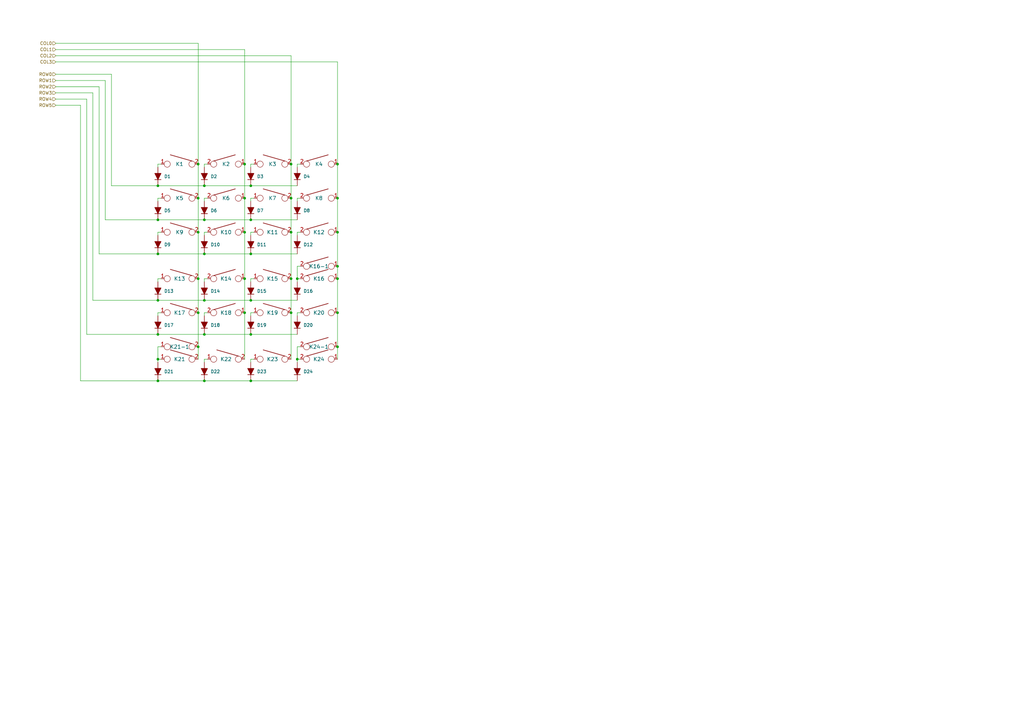
<source format=kicad_sch>
(kicad_sch (version 20211123) (generator eeschema)
  (paper "A3")
  (lib_symbols
    (symbol "Device:D_Filled" (pin_numbers hide) (pin_names (offset 1.016) hide)
      (property "Reference" "D" (at 0 2.54 0))
      (property "Value" "D_Filled" (at 0 -2.54 0))
      (symbol "D_Filled_0_1"
        (polyline (pts (xy -1.27 1.27) (xy -1.27 -1.27)) (stroke (width 0.254)))
        (polyline (pts (xy 1.27 0) (xy -1.27 0)))
        (polyline (pts (xy 1.27 1.27) (xy 1.27 -1.27) (xy -1.27 0) (xy 1.27 1.27)) (stroke (width 0.254)) (fill (type outline)))
      )
      (symbol "D_Filled_1_1"
        (pin passive line (at -3.81 0 0) (length 2.54) (name "K") (number "1"))
        (pin passive line (at 3.81 0 180) (length 2.54) (name "A") (number "2"))
      )
    )
    (symbol "Keeb_components:KEYSW" (pin_names (offset 1.016))
      (property "Reference" "K?" (at -1.27 0 0))
      (symbol "KEYSW_0_1"
        (circle (center -5.08 0) (radius 1.27))
        (polyline (pts (xy -5.08 1.27) (xy 3.81 3.81)) (stroke (width 0.254)))
        (circle (center 5.08 0) (radius 1.27))
      )
      (symbol "KEYSW_1_1"
        (pin passive line (at 7.62 0 180) (length 1.27) (name "~") (number "1"))
        (pin passive line (at -7.62 0 0) (length 1.27) (name "~") (number "2"))
      )
    )
  )
  (junction (at 102.87 104.14))
  (junction (at 81.28 81.28))
  (junction (at 64.77 90.17))
  (junction (at 64.77 76.2))
  (junction (at 119.38 95.25))
  (junction (at 102.87 156.21))
  (junction (at 100.33 67.31))
  (junction (at 119.38 114.3))
  (junction (at 81.28 67.31))
  (junction (at 138.43 95.25))
  (junction (at 83.82 156.21))
  (junction (at 64.77 104.14))
  (junction (at 100.33 114.3))
  (junction (at 138.43 67.31))
  (junction (at 121.92 114.3))
  (junction (at 83.82 76.2))
  (junction (at 64.77 137.16))
  (junction (at 138.43 128.27))
  (junction (at 102.87 137.16))
  (junction (at 138.43 109.22))
  (junction (at 138.43 81.28))
  (junction (at 119.38 81.28))
  (junction (at 81.28 114.3))
  (junction (at 64.77 156.21))
  (junction (at 102.87 76.2))
  (junction (at 100.33 128.27))
  (junction (at 102.87 123.19))
  (junction (at 83.82 123.19))
  (junction (at 64.77 147.32))
  (junction (at 81.28 128.27))
  (junction (at 119.38 67.31))
  (junction (at 102.87 90.17))
  (junction (at 83.82 137.16))
  (junction (at 100.33 81.28))
  (junction (at 83.82 104.14))
  (junction (at 138.43 114.3))
  (junction (at 81.28 142.24))
  (junction (at 81.28 95.25))
  (junction (at 100.33 95.25))
  (junction (at 83.82 90.17))
  (junction (at 121.92 147.32))
  (junction (at 138.43 142.24))
  (junction (at 119.38 128.27))
  (junction (at 64.77 123.19))
  (wire (pts (xy 85.09 147.32) (xy 83.82 147.32)))
  (wire (pts (xy 119.38 67.31) (xy 119.38 81.28)))
  (wire (pts (xy 66.04 147.32) (xy 64.77 147.32)))
  (wire (pts (xy 102.87 123.19) (xy 121.92 123.19)))
  (wire (pts (xy 43.18 90.17) (xy 64.77 90.17)))
  (wire (pts (xy 83.82 95.25) (xy 83.82 96.52)))
  (wire (pts (xy 64.77 123.19) (xy 83.82 123.19)))
  (wire (pts (xy 66.04 95.25) (xy 64.77 95.25)))
  (wire (pts (xy 81.28 142.24) (xy 81.28 147.32)))
  (wire (pts (xy 138.43 67.31) (xy 138.43 25.4)))
  (wire (pts (xy 81.28 67.31) (xy 81.28 17.78)))
  (wire (pts (xy 138.43 67.31) (xy 138.43 81.28)))
  (wire (pts (xy 22.86 43.18) (xy 33.02 43.18)))
  (wire (pts (xy 64.77 90.17) (xy 83.82 90.17)))
  (wire (pts (xy 66.04 67.31) (xy 64.77 67.31)))
  (wire (pts (xy 102.87 137.16) (xy 121.92 137.16)))
  (wire (pts (xy 64.77 156.21) (xy 83.82 156.21)))
  (wire (pts (xy 64.77 95.25) (xy 64.77 96.52)))
  (wire (pts (xy 85.09 128.27) (xy 83.82 128.27)))
  (wire (pts (xy 22.86 25.4) (xy 138.43 25.4)))
  (wire (pts (xy 81.28 67.31) (xy 81.28 81.28)))
  (wire (pts (xy 64.77 67.31) (xy 64.77 68.58)))
  (wire (pts (xy 138.43 128.27) (xy 138.43 142.24)))
  (wire (pts (xy 81.28 128.27) (xy 81.28 142.24)))
  (wire (pts (xy 121.92 109.22) (xy 121.92 114.3)))
  (wire (pts (xy 22.86 17.78) (xy 81.28 17.78)))
  (wire (pts (xy 38.1 123.19) (xy 64.77 123.19)))
  (wire (pts (xy 64.77 142.24) (xy 64.77 147.32)))
  (wire (pts (xy 33.02 43.18) (xy 33.02 156.21)))
  (wire (pts (xy 22.86 22.86) (xy 119.38 22.86)))
  (wire (pts (xy 22.86 33.02) (xy 43.18 33.02)))
  (wire (pts (xy 138.43 109.22) (xy 138.43 114.3)))
  (wire (pts (xy 121.92 67.31) (xy 121.92 68.58)))
  (wire (pts (xy 138.43 142.24) (xy 138.43 147.32)))
  (wire (pts (xy 22.86 30.48) (xy 45.72 30.48)))
  (wire (pts (xy 123.19 95.25) (xy 121.92 95.25)))
  (wire (pts (xy 81.28 114.3) (xy 81.28 128.27)))
  (wire (pts (xy 121.92 147.32) (xy 121.92 148.59)))
  (wire (pts (xy 83.82 123.19) (xy 102.87 123.19)))
  (wire (pts (xy 102.87 156.21) (xy 121.92 156.21)))
  (wire (pts (xy 123.19 142.24) (xy 121.92 142.24)))
  (wire (pts (xy 121.92 128.27) (xy 121.92 129.54)))
  (wire (pts (xy 66.04 128.27) (xy 64.77 128.27)))
  (wire (pts (xy 123.19 81.28) (xy 121.92 81.28)))
  (wire (pts (xy 102.87 81.28) (xy 102.87 82.55)))
  (wire (pts (xy 83.82 128.27) (xy 83.82 129.54)))
  (wire (pts (xy 22.86 35.56) (xy 40.64 35.56)))
  (wire (pts (xy 123.19 109.22) (xy 121.92 109.22)))
  (wire (pts (xy 35.56 40.64) (xy 22.86 40.64)))
  (wire (pts (xy 64.77 104.14) (xy 83.82 104.14)))
  (wire (pts (xy 43.18 33.02) (xy 43.18 90.17)))
  (wire (pts (xy 102.87 114.3) (xy 102.87 115.57)))
  (wire (pts (xy 40.64 104.14) (xy 64.77 104.14)))
  (wire (pts (xy 104.14 147.32) (xy 102.87 147.32)))
  (wire (pts (xy 81.28 95.25) (xy 81.28 114.3)))
  (wire (pts (xy 64.77 76.2) (xy 83.82 76.2)))
  (wire (pts (xy 45.72 30.48) (xy 45.72 76.2)))
  (wire (pts (xy 102.87 67.31) (xy 102.87 68.58)))
  (wire (pts (xy 119.38 81.28) (xy 119.38 95.25)))
  (wire (pts (xy 102.87 147.32) (xy 102.87 148.59)))
  (wire (pts (xy 123.19 147.32) (xy 121.92 147.32)))
  (wire (pts (xy 119.38 67.31) (xy 119.38 22.86)))
  (wire (pts (xy 102.87 95.25) (xy 102.87 96.52)))
  (wire (pts (xy 64.77 114.3) (xy 64.77 115.57)))
  (wire (pts (xy 102.87 76.2) (xy 121.92 76.2)))
  (wire (pts (xy 85.09 81.28) (xy 83.82 81.28)))
  (wire (pts (xy 83.82 90.17) (xy 102.87 90.17)))
  (wire (pts (xy 104.14 67.31) (xy 102.87 67.31)))
  (wire (pts (xy 104.14 81.28) (xy 102.87 81.28)))
  (wire (pts (xy 22.86 38.1) (xy 38.1 38.1)))
  (wire (pts (xy 123.19 67.31) (xy 121.92 67.31)))
  (wire (pts (xy 121.92 114.3) (xy 121.92 115.57)))
  (wire (pts (xy 100.33 95.25) (xy 100.33 114.3)))
  (wire (pts (xy 83.82 81.28) (xy 83.82 82.55)))
  (wire (pts (xy 102.87 90.17) (xy 121.92 90.17)))
  (wire (pts (xy 35.56 40.64) (xy 35.56 137.16)))
  (wire (pts (xy 66.04 142.24) (xy 64.77 142.24)))
  (wire (pts (xy 81.28 81.28) (xy 81.28 95.25)))
  (wire (pts (xy 83.82 147.32) (xy 83.82 148.59)))
  (wire (pts (xy 85.09 114.3) (xy 83.82 114.3)))
  (wire (pts (xy 64.77 81.28) (xy 64.77 82.55)))
  (wire (pts (xy 138.43 114.3) (xy 138.43 128.27)))
  (wire (pts (xy 100.33 128.27) (xy 100.33 147.32)))
  (wire (pts (xy 100.33 67.31) (xy 100.33 20.32)))
  (wire (pts (xy 83.82 67.31) (xy 83.82 68.58)))
  (wire (pts (xy 119.38 128.27) (xy 119.38 147.32)))
  (wire (pts (xy 104.14 114.3) (xy 102.87 114.3)))
  (wire (pts (xy 121.92 142.24) (xy 121.92 147.32)))
  (wire (pts (xy 64.77 128.27) (xy 64.77 129.54)))
  (wire (pts (xy 104.14 128.27) (xy 102.87 128.27)))
  (wire (pts (xy 138.43 95.25) (xy 138.43 109.22)))
  (wire (pts (xy 40.64 35.56) (xy 40.64 104.14)))
  (wire (pts (xy 45.72 76.2) (xy 64.77 76.2)))
  (wire (pts (xy 85.09 95.25) (xy 83.82 95.25)))
  (wire (pts (xy 121.92 95.25) (xy 121.92 96.52)))
  (wire (pts (xy 83.82 104.14) (xy 102.87 104.14)))
  (wire (pts (xy 83.82 76.2) (xy 102.87 76.2)))
  (wire (pts (xy 102.87 104.14) (xy 121.92 104.14)))
  (wire (pts (xy 83.82 156.21) (xy 102.87 156.21)))
  (wire (pts (xy 35.56 137.16) (xy 64.77 137.16)))
  (wire (pts (xy 100.33 67.31) (xy 100.33 81.28)))
  (wire (pts (xy 64.77 147.32) (xy 64.77 148.59)))
  (wire (pts (xy 85.09 67.31) (xy 83.82 67.31)))
  (wire (pts (xy 123.19 114.3) (xy 121.92 114.3)))
  (wire (pts (xy 100.33 114.3) (xy 100.33 128.27)))
  (wire (pts (xy 121.92 81.28) (xy 121.92 82.55)))
  (wire (pts (xy 33.02 156.21) (xy 64.77 156.21)))
  (wire (pts (xy 104.14 95.25) (xy 102.87 95.25)))
  (wire (pts (xy 119.38 95.25) (xy 119.38 114.3)))
  (wire (pts (xy 66.04 114.3) (xy 64.77 114.3)))
  (wire (pts (xy 138.43 81.28) (xy 138.43 95.25)))
  (wire (pts (xy 102.87 128.27) (xy 102.87 129.54)))
  (wire (pts (xy 123.19 128.27) (xy 121.92 128.27)))
  (wire (pts (xy 66.04 81.28) (xy 64.77 81.28)))
  (wire (pts (xy 22.86 20.32) (xy 100.33 20.32)))
  (wire (pts (xy 83.82 114.3) (xy 83.82 115.57)))
  (wire (pts (xy 100.33 81.28) (xy 100.33 95.25)))
  (wire (pts (xy 64.77 137.16) (xy 83.82 137.16)))
  (wire (pts (xy 119.38 114.3) (xy 119.38 128.27)))
  (wire (pts (xy 83.82 137.16) (xy 102.87 137.16)))
  (wire (pts (xy 38.1 38.1) (xy 38.1 123.19)))
  (hierarchical_label "ROW3" (shape input) (at 22.86 38.1 180))
  (hierarchical_label "ROW0" (shape input) (at 22.86 30.48 180))
  (hierarchical_label "ROW1" (shape input) (at 22.86 33.02 180))
  (hierarchical_label "COL1" (shape input) (at 22.86 20.32 180))
  (hierarchical_label "COL3" (shape input) (at 22.86 25.4 180))
  (hierarchical_label "COL0" (shape input) (at 22.86 17.78 180))
  (hierarchical_label "ROW4" (shape input) (at 22.86 40.64 180))
  (hierarchical_label "COL2" (shape input) (at 22.86 22.86 180))
  (hierarchical_label "ROW5" (shape input) (at 22.86 43.18 180))
  (hierarchical_label "ROW2" (shape input) (at 22.86 35.56 180))
  (symbol (lib_id "Keeb_components:KEYSW") (at 130.81 142.24 0) (unit 1)
    (property "Reference" "K24-1" (at 130.81 142.24 0) (effects (font (size 1.524 1.524))))
    (property "Value" "KEYSW" (effects hide))
    (property "Footprint" "Keeb_switches:CHERRY_PCB_200H_V" (effects hide))
    (property "JLCPCB BOM" "0" (effects hide))
  )
  (symbol (lib_id "Device:D_Filled") (at 64.77 72.39 90) (unit 1)
    (property "Reference" "D1" (at 67.31 72.3899 90) (effects (justify right)))
    (property "Value" "4148" (effects hide))
    (property "Footprint" "Keeb_components:D_0805" (effects hide))
    (property "LCSC Part" "C2128" (effects hide))
    (property "Manufacturer" "Changjiang Electronics Tech" (effects hide))
    (property "Part number" "1N4148WS" (effects hide))
  )
  (symbol (lib_id "Device:D_Filled") (at 121.92 152.4 90) (unit 1)
    (property "Reference" "D24" (at 124.46 152.3999 90) (effects (justify right)))
    (property "Value" "4148" (effects hide))
    (property "Footprint" "Keeb_components:D_0805" (effects hide))
    (property "LCSC Part" "C2128" (effects hide))
    (property "Manufacturer" "Changjiang Electronics Tech" (effects hide))
    (property "Part number" "1N4148WS" (effects hide))
  )
  (symbol (lib_id "Keeb_components:KEYSW") (at 130.81 128.27 0) (unit 1)
    (property "Reference" "K20" (at 130.81 128.27 0) (effects (font (size 1.524 1.524))))
    (property "Value" "KEYSW" (effects hide))
    (property "Footprint" "Keeb_switches:CHERRY_PLATE_100H" (effects hide))
    (property "JLCPCB BOM" "0" (effects hide))
  )
  (symbol (lib_id "Keeb_components:KEYSW") (at 92.71 95.25 0) (unit 1)
    (property "Reference" "K10" (at 92.71 95.25 0) (effects (font (size 1.524 1.524))))
    (property "Value" "KEYSW" (effects hide))
    (property "Footprint" "Keeb_switches:CHERRY_PLATE_100H" (effects hide))
    (property "JLCPCB BOM" "0" (effects hide))
  )
  (symbol (lib_id "Keeb_components:KEYSW") (at 130.81 147.32 0) (unit 1)
    (property "Reference" "K24" (at 130.81 147.32 0) (effects (font (size 1.524 1.524))))
    (property "Value" "KEYSW" (effects hide))
    (property "Footprint" "Keeb_switches:CHERRY_PLATE_100H" (effects hide))
    (property "JLCPCB BOM" "0" (effects hide))
  )
  (symbol (lib_id "Device:D_Filled") (at 83.82 152.4 90) (unit 1)
    (property "Reference" "D22" (at 86.36 152.3999 90) (effects (justify right)))
    (property "Value" "4148" (effects hide))
    (property "Footprint" "Keeb_components:D_0805" (effects hide))
    (property "LCSC Part" "C2128" (effects hide))
    (property "Manufacturer" "Changjiang Electronics Tech" (effects hide))
    (property "Part number" "1N4148WS" (effects hide))
  )
  (symbol (lib_id "Device:D_Filled") (at 64.77 100.33 90) (unit 1)
    (property "Reference" "D9" (at 67.31 100.3299 90) (effects (justify right)))
    (property "Value" "4148" (effects hide))
    (property "Footprint" "Keeb_components:D_0805" (effects hide))
    (property "LCSC Part" "C2128" (effects hide))
    (property "Manufacturer" "Changjiang Electronics Tech" (effects hide))
    (property "Part number" "1N4148WS" (effects hide))
  )
  (symbol (lib_id "Keeb_components:KEYSW") (at 130.81 67.31 0) (unit 1)
    (property "Reference" "K4" (at 130.81 67.31 0) (effects (font (size 1.524 1.524))))
    (property "Value" "KEYSW" (effects hide))
    (property "Footprint" "Keeb_switches:CHERRY_PLATE_100H" (effects hide))
    (property "JLCPCB BOM" "0" (effects hide))
  )
  (symbol (lib_id "Device:D_Filled") (at 83.82 133.35 90) (unit 1)
    (property "Reference" "D18" (at 86.36 133.3499 90) (effects (justify right)))
    (property "Value" "4148" (effects hide))
    (property "Footprint" "Keeb_components:D_0805" (effects hide))
    (property "LCSC Part" "C2128" (effects hide))
    (property "Manufacturer" "Changjiang Electronics Tech" (effects hide))
    (property "Part number" "1N4148WS" (effects hide))
  )
  (symbol (lib_id "Keeb_components:KEYSW") (at 92.71 81.28 0) (unit 1)
    (property "Reference" "K6" (at 92.71 81.28 0) (effects (font (size 1.524 1.524))))
    (property "Value" "KEYSW" (effects hide))
    (property "Footprint" "Keeb_switches:CHERRY_PLATE_100H" (effects hide))
    (property "JLCPCB BOM" "0" (effects hide))
  )
  (symbol (lib_id "Keeb_components:KEYSW") (at 111.76 128.27 0) (mirror y) (unit 1)
    (property "Reference" "K19" (at 111.76 128.27 0) (effects (font (size 1.524 1.524))))
    (property "Value" "KEYSW" (effects hide))
    (property "Footprint" "Keeb_switches:CHERRY_PLATE_100H" (effects hide))
    (property "JLCPCB BOM" "0" (effects hide))
  )
  (symbol (lib_id "Keeb_components:KEYSW") (at 111.76 95.25 0) (mirror y) (unit 1)
    (property "Reference" "K11" (at 111.76 95.25 0) (effects (font (size 1.524 1.524))))
    (property "Value" "KEYSW" (effects hide))
    (property "Footprint" "Keeb_switches:CHERRY_PLATE_100H" (effects hide))
    (property "JLCPCB BOM" "0" (effects hide))
  )
  (symbol (lib_id "Device:D_Filled") (at 64.77 133.35 90) (unit 1)
    (property "Reference" "D17" (at 67.31 133.3499 90) (effects (justify right)))
    (property "Value" "4148" (effects hide))
    (property "Footprint" "Keeb_components:D_0805" (effects hide))
    (property "LCSC Part" "C2128" (effects hide))
    (property "Manufacturer" "Changjiang Electronics Tech" (effects hide))
    (property "Part number" "1N4148WS" (effects hide))
  )
  (symbol (lib_id "Keeb_components:KEYSW") (at 92.71 128.27 0) (unit 1)
    (property "Reference" "K18" (at 92.71 128.27 0) (effects (font (size 1.524 1.524))))
    (property "Value" "KEYSW" (effects hide))
    (property "Footprint" "Keeb_switches:CHERRY_PLATE_100H" (effects hide))
    (property "JLCPCB BOM" "0" (effects hide))
  )
  (symbol (lib_id "Keeb_components:KEYSW") (at 73.66 147.32 0) (mirror y) (unit 1)
    (property "Reference" "K21" (at 73.66 147.32 0) (effects (font (size 1.524 1.524))))
    (property "Value" "KEYSW" (effects hide))
    (property "Footprint" "Keeb_switches:CHERRY_PLATE_100H" (effects hide))
    (property "JLCPCB BOM" "0" (effects hide))
  )
  (symbol (lib_id "Keeb_components:KEYSW") (at 111.76 114.3 0) (mirror y) (unit 1)
    (property "Reference" "K15" (at 111.76 114.3 0) (effects (font (size 1.524 1.524))))
    (property "Value" "KEYSW" (effects hide))
    (property "Footprint" "Keeb_switches:CHERRY_PLATE_100H" (effects hide))
    (property "JLCPCB BOM" "0" (effects hide))
  )
  (symbol (lib_id "Device:D_Filled") (at 102.87 133.35 90) (unit 1)
    (property "Reference" "D19" (at 105.41 133.3499 90) (effects (justify right)))
    (property "Value" "4148" (effects hide))
    (property "Footprint" "Keeb_components:D_0805" (effects hide))
    (property "LCSC Part" "C2128" (effects hide))
    (property "Manufacturer" "Changjiang Electronics Tech" (effects hide))
    (property "Part number" "1N4148WS" (effects hide))
  )
  (symbol (lib_id "Keeb_components:KEYSW") (at 130.81 81.28 0) (unit 1)
    (property "Reference" "K8" (at 130.81 81.28 0) (effects (font (size 1.524 1.524))))
    (property "Value" "KEYSW" (effects hide))
    (property "Footprint" "Keeb_switches:CHERRY_PLATE_100H" (effects hide))
    (property "JLCPCB BOM" "0" (effects hide))
  )
  (symbol (lib_id "Keeb_components:KEYSW") (at 73.66 128.27 0) (mirror y) (unit 1)
    (property "Reference" "K17" (at 73.66 128.27 0) (effects (font (size 1.524 1.524))))
    (property "Value" "KEYSW" (effects hide))
    (property "Footprint" "Keeb_switches:CHERRY_PLATE_100H" (effects hide))
    (property "JLCPCB BOM" "0" (effects hide))
  )
  (symbol (lib_id "Keeb_components:KEYSW") (at 130.81 114.3 0) (unit 1)
    (property "Reference" "K16" (at 130.81 114.3 0) (effects (font (size 1.524 1.524))))
    (property "Value" "KEYSW" (effects hide))
    (property "Footprint" "Keeb_switches:CHERRY_PLATE_100H" (effects hide))
    (property "JLCPCB BOM" "0" (effects hide))
  )
  (symbol (lib_id "Device:D_Filled") (at 83.82 100.33 90) (unit 1)
    (property "Reference" "D10" (at 86.36 100.3299 90) (effects (justify right)))
    (property "Value" "4148" (effects hide))
    (property "Footprint" "Keeb_components:D_0805" (effects hide))
    (property "LCSC Part" "C2128" (effects hide))
    (property "Manufacturer" "Changjiang Electronics Tech" (effects hide))
    (property "Part number" "1N4148WS" (effects hide))
  )
  (symbol (lib_id "Device:D_Filled") (at 121.92 86.36 90) (unit 1)
    (property "Reference" "D8" (at 124.46 86.3599 90) (effects (justify right)))
    (property "Value" "4148" (effects hide))
    (property "Footprint" "Keeb_components:D_0805" (effects hide))
    (property "LCSC Part" "C2128" (effects hide))
    (property "Manufacturer" "Changjiang Electronics Tech" (effects hide))
    (property "Part number" "1N4148WS" (effects hide))
  )
  (symbol (lib_id "Device:D_Filled") (at 64.77 119.38 90) (unit 1)
    (property "Reference" "D13" (at 67.31 119.3799 90) (effects (justify right)))
    (property "Value" "4148" (effects hide))
    (property "Footprint" "Keeb_components:D_0805" (effects hide))
    (property "LCSC Part" "C2128" (effects hide))
    (property "Manufacturer" "Changjiang Electronics Tech" (effects hide))
    (property "Part number" "1N4148WS" (effects hide))
  )
  (symbol (lib_id "Keeb_components:KEYSW") (at 73.66 114.3 0) (mirror y) (unit 1)
    (property "Reference" "K13" (at 73.66 114.3 0) (effects (font (size 1.524 1.524))))
    (property "Value" "KEYSW" (effects hide))
    (property "Footprint" "Keeb_switches:CHERRY_PLATE_100H" (effects hide))
    (property "JLCPCB BOM" "0" (effects hide))
  )
  (symbol (lib_id "Keeb_components:KEYSW") (at 111.76 81.28 0) (mirror y) (unit 1)
    (property "Reference" "K7" (at 111.76 81.28 0) (effects (font (size 1.524 1.524))))
    (property "Value" "KEYSW" (effects hide))
    (property "Footprint" "Keeb_switches:CHERRY_PLATE_100H" (effects hide))
    (property "JLCPCB BOM" "0" (effects hide))
  )
  (symbol (lib_id "Device:D_Filled") (at 102.87 119.38 90) (unit 1)
    (property "Reference" "D15" (at 105.41 119.3799 90) (effects (justify right)))
    (property "Value" "4148" (effects hide))
    (property "Footprint" "Keeb_components:D_0805" (effects hide))
    (property "LCSC Part" "C2128" (effects hide))
    (property "Manufacturer" "Changjiang Electronics Tech" (effects hide))
    (property "Part number" "1N4148WS" (effects hide))
  )
  (symbol (lib_id "Keeb_components:KEYSW") (at 73.66 67.31 0) (mirror y) (unit 1)
    (property "Reference" "K1" (at 73.66 67.31 0) (effects (font (size 1.524 1.524))))
    (property "Value" "KEYSW" (effects hide))
    (property "Footprint" "Keeb_switches:CHERRY_PLATE_100H" (effects hide))
    (property "JLCPCB BOM" "0" (effects hide))
  )
  (symbol (lib_id "Device:D_Filled") (at 64.77 86.36 90) (unit 1)
    (property "Reference" "D5" (at 67.31 86.3599 90) (effects (justify right)))
    (property "Value" "4148" (effects hide))
    (property "Footprint" "Keeb_components:D_0805" (effects hide))
    (property "LCSC Part" "C2128" (effects hide))
    (property "Manufacturer" "Changjiang Electronics Tech" (effects hide))
    (property "Part number" "1N4148WS" (effects hide))
  )
  (symbol (lib_id "Keeb_components:KEYSW") (at 73.66 95.25 0) (mirror y) (unit 1)
    (property "Reference" "K9" (at 73.66 95.25 0) (effects (font (size 1.524 1.524))))
    (property "Value" "KEYSW" (effects hide))
    (property "Footprint" "Keeb_switches:CHERRY_PLATE_100H" (effects hide))
    (property "JLCPCB BOM" "0" (effects hide))
  )
  (symbol (lib_id "Keeb_components:KEYSW") (at 130.81 109.22 0) (unit 1)
    (property "Reference" "K16-1" (at 130.81 109.22 0) (effects (font (size 1.524 1.524))))
    (property "Value" "KEYSW" (effects hide))
    (property "Footprint" "Keeb_switches:CHERRY_PCB_200H_V" (effects hide))
    (property "JLCPCB BOM" "0" (effects hide))
  )
  (symbol (lib_id "Device:D_Filled") (at 121.92 72.39 90) (unit 1)
    (property "Reference" "D4" (at 124.46 72.3899 90) (effects (justify right)))
    (property "Value" "4148" (effects hide))
    (property "Footprint" "Keeb_components:D_0805" (effects hide))
    (property "LCSC Part" "C2128" (effects hide))
    (property "Manufacturer" "Changjiang Electronics Tech" (effects hide))
    (property "Part number" "1N4148WS" (effects hide))
  )
  (symbol (lib_id "Keeb_components:KEYSW") (at 92.71 67.31 0) (unit 1)
    (property "Reference" "K2" (at 92.71 67.31 0) (effects (font (size 1.524 1.524))))
    (property "Value" "KEYSW" (effects hide))
    (property "Footprint" "Keeb_switches:CHERRY_PLATE_100H" (effects hide))
    (property "JLCPCB BOM" "0" (effects hide))
  )
  (symbol (lib_id "Keeb_components:KEYSW") (at 73.66 142.24 0) (mirror y) (unit 1)
    (property "Reference" "K21-1" (at 73.66 142.24 0) (effects (font (size 1.524 1.524))))
    (property "Value" "KEYSW" (effects hide))
    (property "Footprint" "Keeb_switches:CHERRY_PCB_200H_F" (effects hide))
    (property "JLCPCB BOM" "0" (effects hide))
  )
  (symbol (lib_id "Keeb_components:KEYSW") (at 111.76 67.31 0) (mirror y) (unit 1)
    (property "Reference" "K3" (at 111.76 67.31 0) (effects (font (size 1.524 1.524))))
    (property "Value" "KEYSW" (effects hide))
    (property "Footprint" "Keeb_switches:CHERRY_PLATE_100H" (effects hide))
    (property "JLCPCB BOM" "0" (effects hide))
  )
  (symbol (lib_id "Device:D_Filled") (at 83.82 86.36 90) (unit 1)
    (property "Reference" "D6" (at 86.36 86.3599 90) (effects (justify right)))
    (property "Value" "4148" (effects hide))
    (property "Footprint" "Keeb_components:D_0805" (effects hide))
    (property "LCSC Part" "C2128" (effects hide))
    (property "Manufacturer" "Changjiang Electronics Tech" (effects hide))
    (property "Part number" "1N4148WS" (effects hide))
  )
  (symbol (lib_id "Device:D_Filled") (at 102.87 86.36 90) (unit 1)
    (property "Reference" "D7" (at 105.41 86.3599 90) (effects (justify right)))
    (property "Value" "4148" (effects hide))
    (property "Footprint" "Keeb_components:D_0805" (effects hide))
    (property "LCSC Part" "C2128" (effects hide))
    (property "Manufacturer" "Changjiang Electronics Tech" (effects hide))
    (property "Part number" "1N4148WS" (effects hide))
  )
  (symbol (lib_id "Keeb_components:KEYSW") (at 92.71 147.32 0) (mirror y) (unit 1)
    (property "Reference" "K22" (at 92.71 147.32 0) (effects (font (size 1.524 1.524))))
    (property "Value" "KEYSW" (effects hide))
    (property "Footprint" "Keeb_switches:CHERRY_PLATE_100H" (effects hide))
    (property "JLCPCB BOM" "0" (effects hide))
  )
  (symbol (lib_id "Device:D_Filled") (at 121.92 133.35 90) (unit 1)
    (property "Reference" "D20" (at 124.46 133.3499 90) (effects (justify right)))
    (property "Value" "4148" (effects hide))
    (property "Footprint" "Keeb_components:D_0805" (effects hide))
    (property "LCSC Part" "C2128" (effects hide))
    (property "Manufacturer" "Changjiang Electronics Tech" (effects hide))
    (property "Part number" "1N4148WS" (effects hide))
  )
  (symbol (lib_id "Device:D_Filled") (at 121.92 119.38 90) (unit 1)
    (property "Reference" "D16" (at 124.46 119.3799 90) (effects (justify right)))
    (property "Value" "4148" (effects hide))
    (property "Footprint" "Keeb_components:D_0805" (effects hide))
    (property "LCSC Part" "C2128" (effects hide))
    (property "Manufacturer" "Changjiang Electronics Tech" (effects hide))
    (property "Part number" "1N4148WS" (effects hide))
  )
  (symbol (lib_id "Device:D_Filled") (at 121.92 100.33 90) (unit 1)
    (property "Reference" "D12" (at 124.46 100.3299 90) (effects (justify right)))
    (property "Value" "4148" (effects hide))
    (property "Footprint" "Keeb_components:D_0805" (effects hide))
    (property "LCSC Part" "C2128" (effects hide))
    (property "Manufacturer" "Changjiang Electronics Tech" (effects hide))
    (property "Part number" "1N4148WS" (effects hide))
  )
  (symbol (lib_id "Device:D_Filled") (at 102.87 100.33 90) (unit 1)
    (property "Reference" "D11" (at 105.41 100.3299 90) (effects (justify right)))
    (property "Value" "4148" (effects hide))
    (property "Footprint" "Keeb_components:D_0805" (effects hide))
    (property "LCSC Part" "C2128" (effects hide))
    (property "Manufacturer" "Changjiang Electronics Tech" (effects hide))
    (property "Part number" "1N4148WS" (effects hide))
  )
  (symbol (lib_id "Keeb_components:KEYSW") (at 130.81 95.25 0) (unit 1)
    (property "Reference" "K12" (at 130.81 95.25 0) (effects (font (size 1.524 1.524))))
    (property "Value" "KEYSW" (effects hide))
    (property "Footprint" "Keeb_switches:CHERRY_PLATE_100H" (effects hide))
    (property "JLCPCB BOM" "0" (effects hide))
  )
  (symbol (lib_id "Keeb_components:KEYSW") (at 92.71 114.3 0) (unit 1)
    (property "Reference" "K14" (at 92.71 114.3 0) (effects (font (size 1.524 1.524))))
    (property "Value" "KEYSW" (effects hide))
    (property "Footprint" "Keeb_switches:CHERRY_PLATE_100H" (effects hide))
    (property "JLCPCB BOM" "0" (effects hide))
  )
  (symbol (lib_id "Device:D_Filled") (at 83.82 72.39 90) (unit 1)
    (property "Reference" "D2" (at 86.36 72.3899 90) (effects (justify right)))
    (property "Value" "4148" (effects hide))
    (property "Footprint" "Keeb_components:D_0805" (effects hide))
    (property "LCSC Part" "C2128" (effects hide))
    (property "Manufacturer" "Changjiang Electronics Tech" (effects hide))
    (property "Part number" "1N4148WS" (effects hide))
  )
  (symbol (lib_id "Device:D_Filled") (at 64.77 152.4 90) (unit 1)
    (property "Reference" "D21" (at 67.31 152.3999 90) (effects (justify right)))
    (property "Value" "4148" (effects hide))
    (property "Footprint" "Keeb_components:D_0805" (effects hide))
    (property "LCSC Part" "C2128" (effects hide))
    (property "Manufacturer" "Changjiang Electronics Tech" (effects hide))
    (property "Part number" "1N4148WS" (effects hide))
  )
  (symbol (lib_id "Device:D_Filled") (at 83.82 119.38 90) (unit 1)
    (property "Reference" "D14" (at 86.36 119.3799 90) (effects (justify right)))
    (property "Value" "4148" (effects hide))
    (property "Footprint" "Keeb_components:D_0805" (effects hide))
    (property "LCSC Part" "C2128" (effects hide))
    (property "Manufacturer" "Changjiang Electronics Tech" (effects hide))
    (property "Part number" "1N4148WS" (effects hide))
  )
  (symbol (lib_id "Keeb_components:KEYSW") (at 73.66 81.28 0) (mirror y) (unit 1)
    (property "Reference" "K5" (at 73.66 81.28 0) (effects (font (size 1.524 1.524))))
    (property "Value" "KEYSW" (effects hide))
    (property "Footprint" "Keeb_switches:CHERRY_PLATE_100H" (effects hide))
    (property "JLCPCB BOM" "0" (effects hide))
  )
  (symbol (lib_id "Device:D_Filled") (at 102.87 72.39 90) (unit 1)
    (property "Reference" "D3" (at 105.41 72.3899 90) (effects (justify right)))
    (property "Value" "4148" (effects hide))
    (property "Footprint" "Keeb_components:D_0805" (effects hide))
    (property "LCSC Part" "C2128" (effects hide))
    (property "Manufacturer" "Changjiang Electronics Tech" (effects hide))
    (property "Part number" "1N4148WS" (effects hide))
  )
  (symbol (lib_id "Keeb_components:KEYSW") (at 111.76 147.32 0) (mirror y) (unit 1)
    (property "Reference" "K23" (at 111.76 147.32 0) (effects (font (size 1.524 1.524))))
    (property "Value" "KEYSW" (effects hide))
    (property "Footprint" "Keeb_switches:CHERRY_PLATE_100H" (effects hide))
    (property "JLCPCB BOM" "0" (effects hide))
  )
  (symbol (lib_id "Device:D_Filled") (at 102.87 152.4 90) (unit 1)
    (property "Reference" "D23" (at 105.41 152.3999 90) (effects (justify right)))
    (property "Value" "4148" (effects hide))
    (property "Footprint" "Keeb_components:D_0805" (effects hide))
    (property "LCSC Part" "C2128" (effects hide))
    (property "Manufacturer" "Changjiang Electronics Tech" (effects hide))
    (property "Part number" "1N4148WS" (effects hide))
  )
)
</source>
